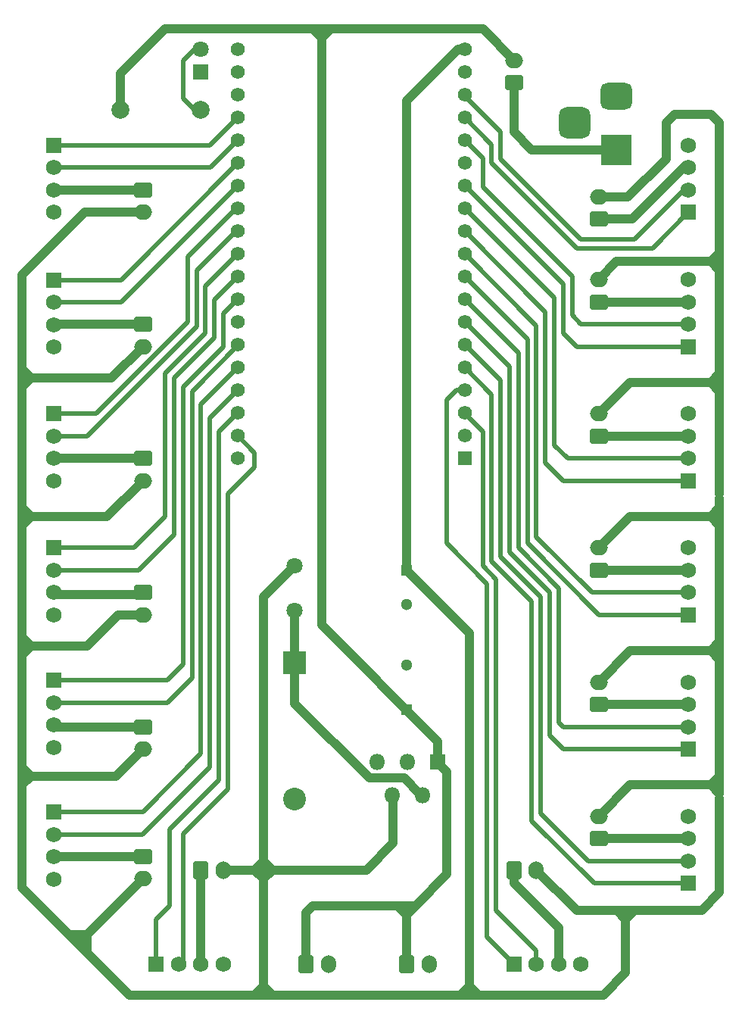
<source format=gtl>
G04 #@! TF.GenerationSoftware,KiCad,Pcbnew,(6.0.7)*
G04 #@! TF.CreationDate,2023-05-03T18:52:43+01:00*
G04 #@! TF.ProjectId,beehive,62656568-6976-4652-9e6b-696361645f70,rev?*
G04 #@! TF.SameCoordinates,Original*
G04 #@! TF.FileFunction,Copper,L1,Top*
G04 #@! TF.FilePolarity,Positive*
%FSLAX46Y46*%
G04 Gerber Fmt 4.6, Leading zero omitted, Abs format (unit mm)*
G04 Created by KiCad (PCBNEW (6.0.7)) date 2023-05-03 18:52:43*
%MOMM*%
%LPD*%
G01*
G04 APERTURE LIST*
G04 Aperture macros list*
%AMRoundRect*
0 Rectangle with rounded corners*
0 $1 Rounding radius*
0 $2 $3 $4 $5 $6 $7 $8 $9 X,Y pos of 4 corners*
0 Add a 4 corners polygon primitive as box body*
4,1,4,$2,$3,$4,$5,$6,$7,$8,$9,$2,$3,0*
0 Add four circle primitives for the rounded corners*
1,1,$1+$1,$2,$3*
1,1,$1+$1,$4,$5*
1,1,$1+$1,$6,$7*
1,1,$1+$1,$8,$9*
0 Add four rect primitives between the rounded corners*
20,1,$1+$1,$2,$3,$4,$5,0*
20,1,$1+$1,$4,$5,$6,$7,0*
20,1,$1+$1,$6,$7,$8,$9,0*
20,1,$1+$1,$8,$9,$2,$3,0*%
G04 Aperture macros list end*
G04 #@! TA.AperFunction,ComponentPad*
%ADD10R,1.750000X1.750000*%
G04 #@! TD*
G04 #@! TA.AperFunction,ComponentPad*
%ADD11C,1.750000*%
G04 #@! TD*
G04 #@! TA.AperFunction,ComponentPad*
%ADD12R,3.500000X3.500000*%
G04 #@! TD*
G04 #@! TA.AperFunction,ComponentPad*
%ADD13RoundRect,0.750000X-1.000000X0.750000X-1.000000X-0.750000X1.000000X-0.750000X1.000000X0.750000X0*%
G04 #@! TD*
G04 #@! TA.AperFunction,ComponentPad*
%ADD14RoundRect,0.875000X-0.875000X0.875000X-0.875000X-0.875000X0.875000X-0.875000X0.875000X0.875000X0*%
G04 #@! TD*
G04 #@! TA.AperFunction,ComponentPad*
%ADD15C,1.800000*%
G04 #@! TD*
G04 #@! TA.AperFunction,ComponentPad*
%ADD16R,1.300000X1.300000*%
G04 #@! TD*
G04 #@! TA.AperFunction,ComponentPad*
%ADD17C,1.300000*%
G04 #@! TD*
G04 #@! TA.AperFunction,ComponentPad*
%ADD18R,2.540000X2.540000*%
G04 #@! TD*
G04 #@! TA.AperFunction,ComponentPad*
%ADD19C,2.540000*%
G04 #@! TD*
G04 #@! TA.AperFunction,ComponentPad*
%ADD20RoundRect,0.250000X-0.600000X-0.750000X0.600000X-0.750000X0.600000X0.750000X-0.600000X0.750000X0*%
G04 #@! TD*
G04 #@! TA.AperFunction,ComponentPad*
%ADD21O,1.700000X2.000000*%
G04 #@! TD*
G04 #@! TA.AperFunction,ComponentPad*
%ADD22R,1.800000X1.800000*%
G04 #@! TD*
G04 #@! TA.AperFunction,ComponentPad*
%ADD23O,1.800000X1.800000*%
G04 #@! TD*
G04 #@! TA.AperFunction,ComponentPad*
%ADD24R,1.560000X1.560000*%
G04 #@! TD*
G04 #@! TA.AperFunction,ComponentPad*
%ADD25C,1.560000*%
G04 #@! TD*
G04 #@! TA.AperFunction,ComponentPad*
%ADD26C,2.000000*%
G04 #@! TD*
G04 #@! TA.AperFunction,ComponentPad*
%ADD27RoundRect,0.250000X0.750000X-0.600000X0.750000X0.600000X-0.750000X0.600000X-0.750000X-0.600000X0*%
G04 #@! TD*
G04 #@! TA.AperFunction,ComponentPad*
%ADD28O,2.000000X1.700000*%
G04 #@! TD*
G04 #@! TA.AperFunction,ComponentPad*
%ADD29RoundRect,0.250000X-0.750000X0.600000X-0.750000X-0.600000X0.750000X-0.600000X0.750000X0.600000X0*%
G04 #@! TD*
G04 #@! TA.AperFunction,Conductor*
%ADD30C,1.000000*%
G04 #@! TD*
G04 #@! TA.AperFunction,Conductor*
%ADD31C,0.500000*%
G04 #@! TD*
G04 APERTURE END LIST*
D10*
X51500000Y-44500000D03*
D11*
X51500000Y-47000000D03*
X51500000Y-49500000D03*
X51500000Y-52000000D03*
D10*
X51500000Y-59550000D03*
D11*
X51500000Y-62050000D03*
X51500000Y-64550000D03*
X51500000Y-67050000D03*
D10*
X51500000Y-74500000D03*
D11*
X51500000Y-77000000D03*
X51500000Y-79500000D03*
X51500000Y-82000000D03*
D10*
X51500000Y-89500000D03*
D11*
X51500000Y-92000000D03*
X51500000Y-94500000D03*
X51500000Y-97000000D03*
D10*
X51500000Y-104300000D03*
D11*
X51500000Y-106800000D03*
X51500000Y-109300000D03*
X51500000Y-111800000D03*
D10*
X63000000Y-136000000D03*
D11*
X65500000Y-136000000D03*
X68000000Y-136000000D03*
X70500000Y-136000000D03*
D10*
X122500000Y-82000000D03*
D11*
X122500000Y-79500000D03*
X122500000Y-77000000D03*
X122500000Y-74500000D03*
D10*
X122500000Y-97000000D03*
D11*
X122500000Y-94500000D03*
X122500000Y-92000000D03*
X122500000Y-89500000D03*
D10*
X122500000Y-127000000D03*
D11*
X122500000Y-124500000D03*
X122500000Y-122000000D03*
X122500000Y-119500000D03*
D10*
X103000000Y-136000000D03*
D11*
X105500000Y-136000000D03*
X108000000Y-136000000D03*
X110500000Y-136000000D03*
D10*
X122500000Y-112000000D03*
D11*
X122500000Y-109500000D03*
X122500000Y-107000000D03*
X122500000Y-104500000D03*
D10*
X122500000Y-52000000D03*
D11*
X122500000Y-49500000D03*
X122500000Y-47000000D03*
X122500000Y-44500000D03*
D10*
X122475000Y-67000000D03*
D11*
X122475000Y-64500000D03*
X122475000Y-62000000D03*
X122475000Y-59500000D03*
D10*
X51525000Y-119050000D03*
D11*
X51525000Y-121550000D03*
X51525000Y-124050000D03*
X51525000Y-126550000D03*
D12*
X114457500Y-45000000D03*
D13*
X114457500Y-39000000D03*
D14*
X109757500Y-42000000D03*
D15*
X78500000Y-96500000D03*
X78500000Y-91500000D03*
D16*
X91000000Y-107621220D03*
D17*
X91000000Y-102621220D03*
D16*
X91000000Y-92000000D03*
D17*
X91000000Y-95800000D03*
D18*
X78500000Y-102380000D03*
D19*
X78500000Y-117620000D03*
D20*
X91000000Y-136000000D03*
D21*
X93500000Y-136000000D03*
D20*
X79750000Y-136000000D03*
D21*
X82250000Y-136000000D03*
D22*
X94500000Y-113471220D03*
D23*
X92800000Y-117171220D03*
X91100000Y-113471220D03*
X89400000Y-117171220D03*
X87700000Y-113471220D03*
D24*
X97500000Y-79500000D03*
D25*
X97500000Y-76960000D03*
X97500000Y-74420000D03*
X97500000Y-71880000D03*
X97500000Y-69340000D03*
X97500000Y-66800000D03*
X97500000Y-64260000D03*
X97500000Y-61720000D03*
X97500000Y-59180000D03*
X97500000Y-56640000D03*
X97500000Y-54100000D03*
X97500000Y-51560000D03*
X97500000Y-49020000D03*
X97500000Y-46480000D03*
X97500000Y-43940000D03*
X97500000Y-41400000D03*
X97500000Y-38860000D03*
X97500000Y-36320000D03*
X97500000Y-33780000D03*
X72100000Y-79500000D03*
X72100000Y-76960000D03*
X72100000Y-74420000D03*
X72100000Y-71880000D03*
X72100000Y-69340000D03*
X72100000Y-66800000D03*
X72100000Y-64260000D03*
X72100000Y-61720000D03*
X72100000Y-59180000D03*
X72100000Y-56640000D03*
X72100000Y-54100000D03*
X72100000Y-51560000D03*
X72100000Y-49020000D03*
X72100000Y-46480000D03*
X72100000Y-43940000D03*
X72100000Y-41400000D03*
X72100000Y-38860000D03*
X72100000Y-36320000D03*
X72100000Y-33780000D03*
D22*
X68000000Y-36275000D03*
D15*
X68000000Y-33735000D03*
D26*
X68000000Y-40500000D03*
X59000000Y-40500000D03*
D27*
X112475000Y-92000000D03*
D28*
X112475000Y-89500000D03*
D29*
X61500000Y-64500000D03*
D28*
X61500000Y-67000000D03*
D29*
X61500000Y-94500000D03*
D28*
X61500000Y-97000000D03*
D27*
X112500000Y-77000000D03*
D28*
X112500000Y-74500000D03*
D20*
X103000000Y-125500000D03*
D21*
X105500000Y-125500000D03*
D27*
X112500000Y-122000000D03*
D28*
X112500000Y-119500000D03*
D27*
X112475000Y-62000000D03*
D28*
X112475000Y-59500000D03*
D29*
X61500000Y-49500000D03*
D28*
X61500000Y-52000000D03*
D27*
X112500000Y-52750000D03*
D28*
X112500000Y-50250000D03*
D27*
X103000000Y-37500000D03*
D28*
X103000000Y-35000000D03*
D29*
X61500000Y-79500000D03*
D28*
X61500000Y-82000000D03*
D20*
X68000000Y-125500000D03*
D21*
X70500000Y-125500000D03*
D27*
X112500000Y-107000000D03*
D28*
X112500000Y-104500000D03*
D29*
X61500000Y-124000000D03*
D28*
X61500000Y-126500000D03*
D29*
X61500000Y-109500000D03*
D28*
X61500000Y-112000000D03*
D30*
X92000000Y-129500000D02*
X91000000Y-130500000D01*
X81500000Y-98121220D02*
X94500000Y-111121220D01*
X95500000Y-126000000D02*
X92000000Y-129500000D01*
X81500000Y-32500000D02*
X80500000Y-31500000D01*
X80500000Y-129500000D02*
X79750000Y-130250000D01*
X95500000Y-114500000D02*
X95500000Y-126000000D01*
X94500000Y-111121220D02*
X94500000Y-113500000D01*
X94500000Y-113500000D02*
X95500000Y-114500000D01*
X81500000Y-32500000D02*
X81500000Y-98121220D01*
X90000000Y-129500000D02*
X92000000Y-129500000D01*
X80500000Y-31500000D02*
X64000000Y-31500000D01*
X79750000Y-130250000D02*
X79750000Y-136000000D01*
X91000000Y-130500000D02*
X90000000Y-129500000D01*
X80500000Y-31500000D02*
X82500000Y-31500000D01*
X64000000Y-31500000D02*
X59000000Y-36500000D01*
X82500000Y-31500000D02*
X81500000Y-32500000D01*
X99500000Y-31500000D02*
X82500000Y-31500000D01*
X90000000Y-129500000D02*
X80500000Y-129500000D01*
X59000000Y-36500000D02*
X59000000Y-40500000D01*
X103000000Y-35000000D02*
X99500000Y-31500000D01*
X91000000Y-130500000D02*
X91000000Y-136000000D01*
X92550000Y-117050000D02*
X90750000Y-115250000D01*
X90750000Y-115250000D02*
X86800000Y-115250000D01*
X86800000Y-115250000D02*
X78500000Y-106950000D01*
X78500000Y-106950000D02*
X78500000Y-102380000D01*
X78500000Y-102380000D02*
X78500000Y-96500000D01*
X61500000Y-49500000D02*
X51500000Y-49500000D01*
X61500000Y-64500000D02*
X51550000Y-64500000D01*
X51550000Y-64500000D02*
X51500000Y-64550000D01*
D31*
X69040000Y-47000000D02*
X51500000Y-47000000D01*
X72100000Y-43940000D02*
X69040000Y-47000000D01*
X69000000Y-44500000D02*
X51500000Y-44500000D01*
X72100000Y-41400000D02*
X69000000Y-44500000D01*
D30*
X126000000Y-116000000D02*
X116000000Y-116000000D01*
X96720000Y-33780000D02*
X91000000Y-39500000D01*
X75000000Y-139500000D02*
X75000000Y-128500000D01*
X125000000Y-101000000D02*
X126000000Y-102000000D01*
X75000000Y-124500000D02*
X76000000Y-125500000D01*
X76000000Y-125500000D02*
X75000000Y-125500000D01*
X126000000Y-42000000D02*
X125000000Y-41000000D01*
X75000000Y-124500000D02*
X74000000Y-125500000D01*
X115750000Y-50250000D02*
X112500000Y-50250000D01*
X49000000Y-86000000D02*
X48000000Y-85000000D01*
X121000000Y-41000000D02*
X120000000Y-42000000D01*
X97500000Y-33780000D02*
X96720000Y-33780000D01*
X55250000Y-100500000D02*
X49000000Y-100500000D01*
X75000000Y-126000000D02*
X75000000Y-95000000D01*
X49000000Y-115000000D02*
X48000000Y-114000000D01*
X115500000Y-137000000D02*
X115500000Y-131000000D01*
X48000000Y-114000000D02*
X48000000Y-117025000D01*
X125000000Y-71000000D02*
X126000000Y-72000000D01*
X125000000Y-101000000D02*
X116000000Y-101000000D01*
X126000000Y-115000000D02*
X125000000Y-116000000D01*
X76000000Y-139500000D02*
X100000000Y-139500000D01*
X89500000Y-117271220D02*
X89500000Y-122500000D01*
X116500000Y-130000000D02*
X124000000Y-130000000D01*
X75000000Y-125500000D02*
X76000000Y-125500000D01*
X55000000Y-134500000D02*
X60000000Y-139500000D01*
X126000000Y-128000000D02*
X126000000Y-117500000D01*
X125000000Y-86000000D02*
X126000000Y-85000000D01*
X86500000Y-125500000D02*
X75000000Y-125500000D01*
X61500000Y-52000000D02*
X55000000Y-52000000D01*
X53250000Y-132750000D02*
X55250000Y-132750000D01*
X55250000Y-132750000D02*
X55250000Y-134750000D01*
X115500000Y-131000000D02*
X116500000Y-130000000D01*
X48000000Y-69500000D02*
X49000000Y-70500000D01*
X49000000Y-115000000D02*
X48000000Y-116000000D01*
X48000000Y-70500000D02*
X49500000Y-70500000D01*
X110000000Y-130000000D02*
X114500000Y-130000000D01*
X48000000Y-117000000D02*
X48000000Y-127500000D01*
X48000000Y-100500000D02*
X48000000Y-101500000D01*
X125000000Y-57500000D02*
X126000000Y-56500000D01*
X75000000Y-125500000D02*
X75000000Y-124500000D01*
X96500000Y-139500000D02*
X98000000Y-139500000D01*
X125000000Y-41000000D02*
X121000000Y-41000000D01*
X66525000Y-139500000D02*
X74000000Y-139500000D01*
X48000000Y-70500000D02*
X48000000Y-71500000D01*
X98000000Y-138500000D02*
X98000000Y-139500000D01*
X48000000Y-69500000D02*
X48000000Y-84500000D01*
X70500000Y-125500000D02*
X74000000Y-125500000D01*
X48000000Y-69500000D02*
X48000000Y-70500000D01*
X74000000Y-125500000D02*
X75000000Y-125500000D01*
X58750000Y-97000000D02*
X55250000Y-100500000D01*
X61500000Y-112000000D02*
X58500000Y-115000000D01*
X125000000Y-86000000D02*
X115975000Y-86000000D01*
X48000000Y-84500000D02*
X48000000Y-86000000D01*
X115975000Y-86000000D02*
X112475000Y-89500000D01*
X49000000Y-86000000D02*
X48000000Y-87000000D01*
X91000000Y-92000000D02*
X98000000Y-99000000D01*
X74000000Y-139500000D02*
X75000000Y-139500000D01*
X126000000Y-102000000D02*
X126000000Y-99500000D01*
X114475000Y-57500000D02*
X112475000Y-59500000D01*
X58000000Y-70500000D02*
X61500000Y-67000000D01*
X49000000Y-100500000D02*
X48000000Y-99500000D01*
X49500000Y-70500000D02*
X58000000Y-70500000D01*
X114500000Y-130000000D02*
X115500000Y-131000000D01*
X61500000Y-97000000D02*
X58750000Y-97000000D01*
X125000000Y-116000000D02*
X126000000Y-117000000D01*
X75000000Y-128500000D02*
X75000000Y-126500000D01*
X125000000Y-101000000D02*
X126000000Y-100000000D01*
X48000000Y-86000000D02*
X48000000Y-87000000D01*
X126000000Y-87000000D02*
X126000000Y-85000000D01*
X125000000Y-57500000D02*
X126000000Y-58500000D01*
X120000000Y-42000000D02*
X120000000Y-46000000D01*
X48000000Y-113500000D02*
X48000000Y-114000000D01*
X115500000Y-131000000D02*
X115500000Y-130000000D01*
X75000000Y-126500000D02*
X76000000Y-125500000D01*
X48000000Y-114000000D02*
X48000000Y-115500000D01*
X116000000Y-116000000D02*
X112500000Y-119500000D01*
X75000000Y-95000000D02*
X78500000Y-91500000D01*
X116000000Y-101000000D02*
X112500000Y-104500000D01*
X126000000Y-57500000D02*
X125500000Y-58000000D01*
X48000000Y-86000000D02*
X49000000Y-86000000D01*
X125000000Y-86000000D02*
X126000000Y-87000000D01*
X125500000Y-57500000D02*
X114475000Y-57500000D01*
X48000000Y-87000000D02*
X48000000Y-93012500D01*
X55000000Y-52000000D02*
X48000000Y-59000000D01*
X75000000Y-138500000D02*
X74000000Y-139500000D01*
X75000000Y-126500000D02*
X75000000Y-125500000D01*
X99000000Y-139500000D02*
X99500000Y-139500000D01*
X89400000Y-117171220D02*
X89500000Y-117271220D01*
X126000000Y-101000000D02*
X125000000Y-101000000D01*
X49000000Y-70500000D02*
X48000000Y-71500000D01*
X48000000Y-85000000D02*
X48000000Y-84500000D01*
X49000000Y-115000000D02*
X48000000Y-115000000D01*
X48000000Y-59000000D02*
X48000000Y-69500000D01*
X125000000Y-71000000D02*
X126000000Y-70000000D01*
X53250000Y-132750000D02*
X55250000Y-134750000D01*
X98000000Y-138500000D02*
X99000000Y-139500000D01*
X75000000Y-139500000D02*
X75000000Y-138500000D01*
X126000000Y-115500000D02*
X126000000Y-99500000D01*
X115975000Y-71000000D02*
X112475000Y-74500000D01*
X113000000Y-139500000D02*
X115500000Y-137000000D01*
X48000000Y-113000000D02*
X48000000Y-114000000D01*
X49000000Y-100500000D02*
X48000000Y-101500000D01*
X126000000Y-58500000D02*
X126000000Y-56500000D01*
X89500000Y-122500000D02*
X86500000Y-125500000D01*
X74000000Y-125500000D02*
X75000000Y-126500000D01*
X126000000Y-72000000D02*
X126000000Y-70000000D01*
X75000000Y-138500000D02*
X76000000Y-139500000D01*
X48000000Y-127500000D02*
X55250000Y-134750000D01*
X114500000Y-130000000D02*
X116500000Y-130000000D01*
X120000000Y-46000000D02*
X115750000Y-50250000D01*
X126000000Y-117000000D02*
X126000000Y-115000000D01*
X49000000Y-86000000D02*
X57500000Y-86000000D01*
X49000000Y-100500000D02*
X48000000Y-100500000D01*
X125000000Y-71000000D02*
X115975000Y-71000000D01*
X98000000Y-99000000D02*
X98000000Y-139000000D01*
X126000000Y-83500000D02*
X126000000Y-42000000D01*
X60000000Y-139500000D02*
X66500000Y-139500000D01*
X97500000Y-139000000D02*
X98000000Y-139500000D01*
X97000000Y-139500000D02*
X96500000Y-139500000D01*
X58500000Y-115000000D02*
X49000000Y-115000000D01*
X98000000Y-139500000D02*
X99500000Y-139500000D01*
X49000000Y-70500000D02*
X49500000Y-70500000D01*
X126000000Y-99500000D02*
X126000000Y-84000000D01*
X98000000Y-138500000D02*
X97000000Y-139500000D01*
X48000000Y-99500000D02*
X48000000Y-100500000D01*
X57500000Y-86000000D02*
X61500000Y-82000000D01*
X54500000Y-133500000D02*
X55250000Y-132750000D01*
X100000000Y-139500000D02*
X113000000Y-139500000D01*
X91000000Y-39500000D02*
X91000000Y-92000000D01*
X48000000Y-99000000D02*
X48000000Y-113000000D01*
X105500000Y-125500000D02*
X110000000Y-130000000D01*
X124000000Y-130000000D02*
X126000000Y-128000000D01*
X75000000Y-139500000D02*
X76000000Y-139500000D01*
X48000000Y-93012500D02*
X48000000Y-99500000D01*
X54237500Y-133762500D02*
X61500000Y-126500000D01*
D31*
X59070000Y-62050000D02*
X51500000Y-62050000D01*
X72100000Y-49020000D02*
X59070000Y-62050000D01*
X59030000Y-59550000D02*
X51500000Y-59550000D01*
X72100000Y-46480000D02*
X59030000Y-59550000D01*
X71900000Y-54100000D02*
X67500000Y-58500000D01*
X55255025Y-77000000D02*
X51500000Y-77000000D01*
X67500000Y-58500000D02*
X67500000Y-64755025D01*
X72100000Y-54100000D02*
X71900000Y-54100000D01*
X67500000Y-64755025D02*
X55255025Y-77000000D01*
X72100000Y-51560000D02*
X71940000Y-51560000D01*
X56250000Y-74500000D02*
X51500000Y-74500000D01*
X66500000Y-64250000D02*
X56250000Y-74500000D01*
X66500000Y-57000000D02*
X66500000Y-64250000D01*
X71940000Y-51560000D02*
X66500000Y-57000000D01*
X65000000Y-70500000D02*
X65000000Y-88000000D01*
X61000000Y-92000000D02*
X51500000Y-92000000D01*
X65000000Y-88000000D02*
X61000000Y-92000000D01*
X69500000Y-66000000D02*
X65000000Y-70500000D01*
X72100000Y-59180000D02*
X69500000Y-61780000D01*
X69500000Y-61780000D02*
X69500000Y-66000000D01*
X64000000Y-86000000D02*
X60500000Y-89500000D01*
X68500000Y-60240000D02*
X68500000Y-65500000D01*
X68500000Y-65500000D02*
X64000000Y-70000000D01*
X60500000Y-89500000D02*
X51500000Y-89500000D01*
X64000000Y-70000000D02*
X64000000Y-86000000D01*
X72100000Y-56640000D02*
X68500000Y-60240000D01*
X67000000Y-104000000D02*
X64200000Y-106800000D01*
X72100000Y-66900000D02*
X67000000Y-72000000D01*
X67000000Y-72000000D02*
X67000000Y-104000000D01*
X64200000Y-106800000D02*
X51500000Y-106800000D01*
X72100000Y-66800000D02*
X72100000Y-66900000D01*
X66000000Y-71500000D02*
X70500000Y-67000000D01*
X64200000Y-104300000D02*
X66000000Y-102500000D01*
X70500000Y-67000000D02*
X70500000Y-63320000D01*
X51500000Y-104300000D02*
X64200000Y-104300000D01*
X70500000Y-63320000D02*
X72100000Y-61720000D01*
X66000000Y-102500000D02*
X66000000Y-71500000D01*
X74000000Y-80500000D02*
X71000000Y-83500000D01*
X66000000Y-121500000D02*
X66000000Y-135500000D01*
X71000000Y-116500000D02*
X66000000Y-121500000D01*
X66000000Y-135500000D02*
X65500000Y-136000000D01*
X71000000Y-83500000D02*
X71000000Y-116500000D01*
X72100000Y-76960000D02*
X74000000Y-78860000D01*
X74000000Y-78860000D02*
X74000000Y-80500000D01*
X72100000Y-74420000D02*
X70000000Y-76520000D01*
X70000000Y-76520000D02*
X70000000Y-115500000D01*
X64500000Y-129500000D02*
X63000000Y-131000000D01*
X64500000Y-121000000D02*
X64500000Y-129500000D01*
X63000000Y-131000000D02*
X63000000Y-136000000D01*
X70000000Y-115500000D02*
X64500000Y-121000000D01*
X109000000Y-79500000D02*
X122500000Y-79500000D01*
X107500000Y-61560000D02*
X107500000Y-78000000D01*
X97500000Y-51560000D02*
X107500000Y-61560000D01*
X107500000Y-78000000D02*
X109000000Y-79500000D01*
X106500000Y-63100000D02*
X106500000Y-80000000D01*
X106500000Y-80000000D02*
X108500000Y-82000000D01*
X108500000Y-82000000D02*
X122500000Y-82000000D01*
X97500000Y-54100000D02*
X106500000Y-63100000D01*
X104500000Y-89000000D02*
X112500000Y-97000000D01*
X104500000Y-66180000D02*
X104500000Y-89000000D01*
X112500000Y-97000000D02*
X122500000Y-97000000D01*
X97500000Y-59180000D02*
X104500000Y-66180000D01*
X105500000Y-64640000D02*
X97500000Y-56640000D01*
X122500000Y-94500000D02*
X111750000Y-94500000D01*
X105500000Y-88250000D02*
X105500000Y-64640000D01*
X111750000Y-94500000D02*
X105500000Y-88250000D01*
X105000000Y-95500000D02*
X105000000Y-120000000D01*
X112000000Y-127000000D02*
X122500000Y-127000000D01*
X97500000Y-69340000D02*
X100500000Y-72340000D01*
X100500000Y-91000000D02*
X105000000Y-95500000D01*
X105000000Y-120000000D02*
X112000000Y-127000000D01*
X100500000Y-72340000D02*
X100500000Y-91000000D01*
X111317525Y-124500000D02*
X122500000Y-124500000D01*
X101500000Y-90500000D02*
X106000000Y-95000000D01*
X106000000Y-95000000D02*
X106000000Y-119182475D01*
X101500000Y-70800000D02*
X101500000Y-90500000D01*
X106000000Y-119182475D02*
X111317525Y-124500000D01*
X97500000Y-66800000D02*
X101500000Y-70800000D01*
X101000000Y-130000000D02*
X105500000Y-134500000D01*
X101000000Y-93005025D02*
X101000000Y-130000000D01*
X99500000Y-91505025D02*
X101000000Y-93005025D01*
X99500000Y-76500000D02*
X99500000Y-91505025D01*
X97500000Y-74500000D02*
X99500000Y-76500000D01*
X105500000Y-134500000D02*
X105500000Y-136000000D01*
X97500000Y-74420000D02*
X97500000Y-74500000D01*
X95500000Y-89000000D02*
X95500000Y-73000000D01*
X96620000Y-71880000D02*
X97500000Y-71880000D01*
X95500000Y-73000000D02*
X96620000Y-71880000D01*
X103000000Y-136000000D02*
X100000000Y-133000000D01*
X100000000Y-93500000D02*
X95500000Y-89000000D01*
X100000000Y-133000000D02*
X100000000Y-93500000D01*
X103500000Y-89507538D02*
X103500000Y-67720000D01*
X108500000Y-109500000D02*
X108000000Y-109000000D01*
X122225000Y-109500000D02*
X108500000Y-109500000D01*
X108000000Y-109000000D02*
X108000000Y-94007538D01*
X108000000Y-94007538D02*
X103500000Y-89507538D01*
X103500000Y-67720000D02*
X97500000Y-61720000D01*
X107000000Y-110500000D02*
X108500000Y-112000000D01*
X102500000Y-69260000D02*
X102500000Y-90005025D01*
X97500000Y-64260000D02*
X102500000Y-69260000D01*
X107000000Y-94505025D02*
X107000000Y-110500000D01*
X108500000Y-112000000D02*
X122500000Y-112000000D01*
X102500000Y-90005025D02*
X107000000Y-94505025D01*
X97500000Y-38860000D02*
X97500000Y-39000000D01*
X101500000Y-43000000D02*
X101500000Y-46000000D01*
X97500000Y-39000000D02*
X101500000Y-43000000D01*
X116500000Y-55000000D02*
X122000000Y-49500000D01*
X110500000Y-55000000D02*
X116500000Y-55000000D01*
X101500000Y-46000000D02*
X110500000Y-55000000D01*
X122000000Y-49500000D02*
X122500000Y-49500000D01*
X100500000Y-44400000D02*
X100500000Y-46500000D01*
X118500000Y-56000000D02*
X122500000Y-52000000D01*
X97500000Y-41400000D02*
X100500000Y-44400000D01*
X100500000Y-46500000D02*
X110000000Y-56000000D01*
X110000000Y-56000000D02*
X118500000Y-56000000D01*
X122475000Y-64500000D02*
X110500000Y-64500000D01*
X99500000Y-45940000D02*
X97500000Y-43940000D01*
X109500000Y-59187500D02*
X99500000Y-49187500D01*
X110500000Y-64500000D02*
X109500000Y-63500000D01*
X109500000Y-63500000D02*
X109500000Y-59187500D01*
X99500000Y-49187500D02*
X99500000Y-45940000D01*
X122475000Y-67000000D02*
X110000000Y-67000000D01*
X110000000Y-67000000D02*
X108500000Y-65500000D01*
X108500000Y-65500000D02*
X108500000Y-60020000D01*
X108500000Y-60020000D02*
X97500000Y-49020000D01*
X61500000Y-119000000D02*
X51575000Y-119000000D01*
X68000000Y-73440000D02*
X68000000Y-112500000D01*
X68000000Y-112500000D02*
X61500000Y-119000000D01*
X72100000Y-69340000D02*
X68000000Y-73440000D01*
X51575000Y-119000000D02*
X51525000Y-119050000D01*
X72100000Y-71880000D02*
X69000000Y-74980000D01*
X69000000Y-74980000D02*
X69000000Y-114000000D01*
X61450000Y-121550000D02*
X51525000Y-121550000D01*
X69000000Y-114000000D02*
X61450000Y-121550000D01*
X67250000Y-40500000D02*
X66000000Y-39250000D01*
X66000000Y-35000000D02*
X67265000Y-33735000D01*
X66000000Y-39250000D02*
X66000000Y-35000000D01*
X68000000Y-40500000D02*
X67250000Y-40500000D01*
X67265000Y-33735000D02*
X68000000Y-33735000D01*
D30*
X108000000Y-132000000D02*
X108000000Y-136000000D01*
X103000000Y-125500000D02*
X103000000Y-127000000D01*
X103000000Y-127000000D02*
X108000000Y-132000000D01*
X112500000Y-107000000D02*
X122225000Y-107000000D01*
X61500000Y-79500000D02*
X51500000Y-79500000D01*
X61500000Y-94500000D02*
X61250000Y-94750000D01*
X61250000Y-94750000D02*
X51750000Y-94750000D01*
X51750000Y-94750000D02*
X51500000Y-94500000D01*
X61500000Y-109500000D02*
X51700000Y-109500000D01*
X51700000Y-109500000D02*
X51500000Y-109300000D01*
X68000000Y-136000000D02*
X68000000Y-125475000D01*
X112475000Y-92000000D02*
X122500000Y-92000000D01*
X112500000Y-122000000D02*
X122500000Y-122000000D01*
X112487500Y-77000000D02*
X122512500Y-77000000D01*
X112475000Y-62000000D02*
X122475000Y-62000000D01*
X122000000Y-47000000D02*
X122500000Y-47000000D01*
X112500000Y-52750000D02*
X116250000Y-52750000D01*
X116250000Y-52750000D02*
X122000000Y-47000000D01*
X51500000Y-124000000D02*
X61500000Y-124000000D01*
X103000000Y-37500000D02*
X103000000Y-43000000D01*
X105000000Y-45000000D02*
X114457500Y-45000000D01*
X103000000Y-43000000D02*
X105000000Y-45000000D01*
M02*

</source>
